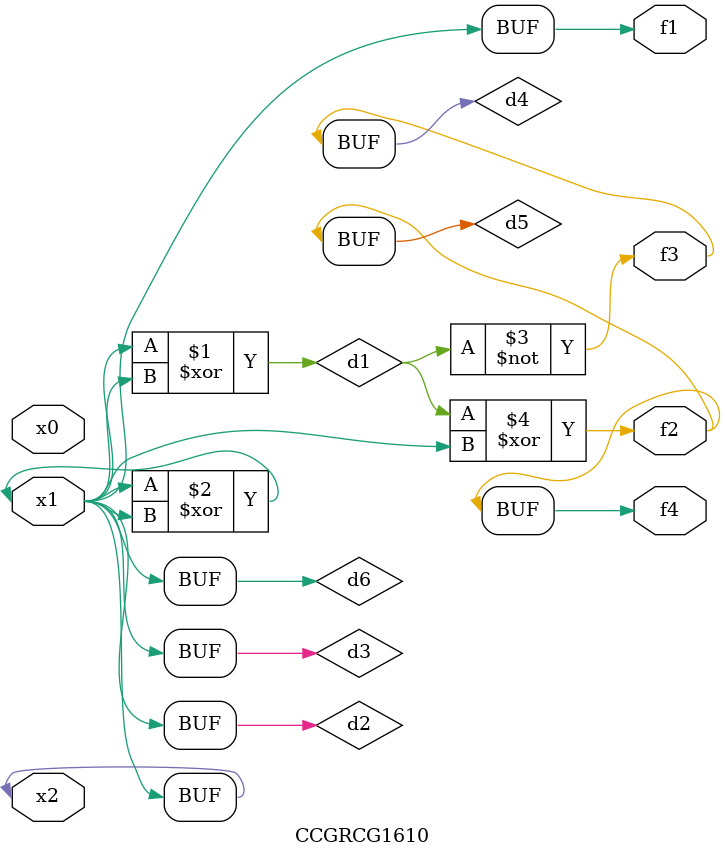
<source format=v>
module CCGRCG1610(
	input x0, x1, x2,
	output f1, f2, f3, f4
);

	wire d1, d2, d3, d4, d5, d6;

	xor (d1, x1, x2);
	buf (d2, x1, x2);
	xor (d3, x1, x2);
	nor (d4, d1);
	xor (d5, d1, d2);
	buf (d6, d2, d3);
	assign f1 = d6;
	assign f2 = d5;
	assign f3 = d4;
	assign f4 = d5;
endmodule

</source>
